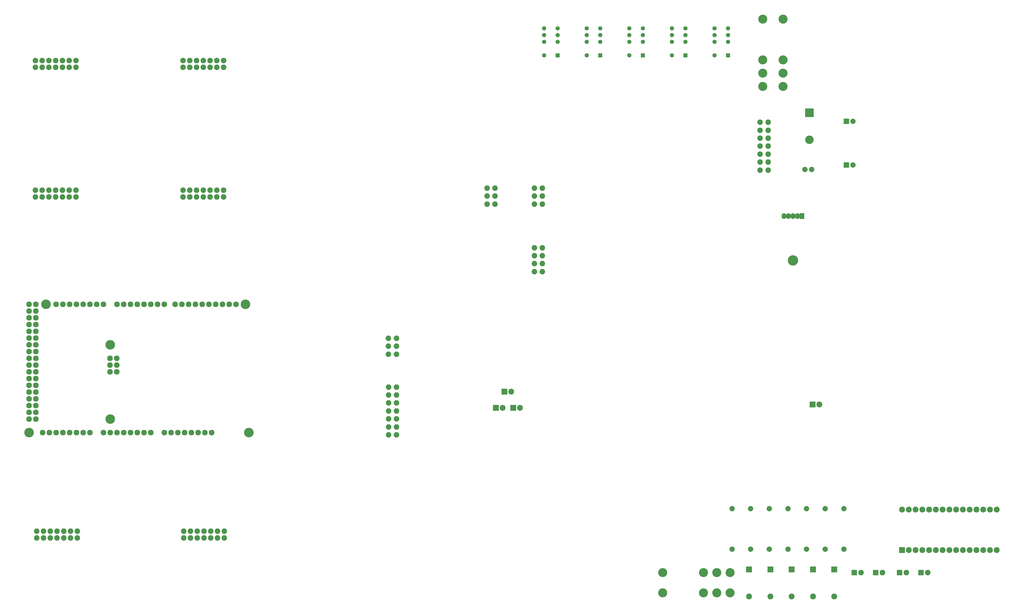
<source format=gbr>
G04 #@! TF.FileFunction,Soldermask,Bot*
%FSLAX46Y46*%
G04 Gerber Fmt 4.6, Leading zero omitted, Abs format (unit mm)*
G04 Created by KiCad (PCBNEW 4.0.6) date 03/06/20 14:39:01*
%MOMM*%
%LPD*%
G01*
G04 APERTURE LIST*
%ADD10C,0.100000*%
%ADD11C,2.082800*%
%ADD12R,2.000000X2.000000*%
%ADD13C,2.000000*%
%ADD14R,2.200000X2.200000*%
%ADD15C,2.200000*%
%ADD16O,2.200000X2.200000*%
%ADD17R,3.200000X3.200000*%
%ADD18O,3.200000X3.200000*%
%ADD19R,1.600000X1.600000*%
%ADD20C,1.600000*%
%ADD21R,2.100000X2.100000*%
%ADD22O,2.100000X2.100000*%
%ADD23C,3.400000*%
%ADD24O,3.900000X3.900000*%
%ADD25R,1.750000X2.200000*%
%ADD26O,1.750000X2.200000*%
%ADD27O,2.000000X2.000000*%
%ADD28O,2.127200X2.127200*%
%ADD29C,3.600000*%
G04 APERTURE END LIST*
D10*
D11*
X133400000Y-102400000D03*
X133400000Y-104940000D03*
X135940000Y-102400000D03*
X135940000Y-104940000D03*
X138480000Y-102400000D03*
X138480000Y-104940000D03*
X141020000Y-102400000D03*
X141020000Y-104940000D03*
X143560000Y-102400000D03*
X143560000Y-104940000D03*
X146100000Y-102400000D03*
X146100000Y-104940000D03*
X148640000Y-102400000D03*
X148640000Y-104940000D03*
X188800000Y-102400000D03*
X188800000Y-104940000D03*
X191340000Y-102400000D03*
X191340000Y-104940000D03*
X193880000Y-102400000D03*
X193880000Y-104940000D03*
X196420000Y-102400000D03*
X196420000Y-104940000D03*
X198960000Y-102400000D03*
X198960000Y-104940000D03*
X201500000Y-102400000D03*
X201500000Y-104940000D03*
X204040000Y-102400000D03*
X204040000Y-104940000D03*
X188800000Y-151200000D03*
X188800000Y-153740000D03*
X191340000Y-151200000D03*
X191340000Y-153740000D03*
X193880000Y-151200000D03*
X193880000Y-153740000D03*
X196420000Y-151200000D03*
X196420000Y-153740000D03*
X198960000Y-151200000D03*
X198960000Y-153740000D03*
X201500000Y-151200000D03*
X201500000Y-153740000D03*
X204040000Y-151200000D03*
X204040000Y-153740000D03*
X133400000Y-151200000D03*
X133400000Y-153740000D03*
X135940000Y-151200000D03*
X135940000Y-153740000D03*
X138480000Y-151200000D03*
X138480000Y-153740000D03*
X141020000Y-151200000D03*
X141020000Y-153740000D03*
X143560000Y-151200000D03*
X143560000Y-153740000D03*
X146100000Y-151200000D03*
X146100000Y-153740000D03*
X148640000Y-151200000D03*
X148640000Y-153740000D03*
X149100000Y-282000000D03*
X149100000Y-279460000D03*
X146560000Y-282000000D03*
X146560000Y-279460000D03*
X144020000Y-282000000D03*
X144020000Y-279460000D03*
X141480000Y-282000000D03*
X141480000Y-279460000D03*
X138940000Y-282000000D03*
X138940000Y-279460000D03*
X136400000Y-282000000D03*
X136400000Y-279460000D03*
X133860000Y-282000000D03*
X133860000Y-279460000D03*
X204343000Y-282000000D03*
X204343000Y-279460000D03*
X201803000Y-282000000D03*
X201803000Y-279460000D03*
X199263000Y-282000000D03*
X199263000Y-279460000D03*
X196723000Y-282000000D03*
X196723000Y-279460000D03*
X194183000Y-282000000D03*
X194183000Y-279460000D03*
X191643000Y-282000000D03*
X191643000Y-279460000D03*
X189103000Y-282000000D03*
X189103000Y-279460000D03*
D12*
X438000000Y-141707000D03*
D13*
X440500000Y-141707000D03*
D12*
X438000000Y-125273000D03*
D13*
X440500000Y-125273000D03*
D14*
X312852000Y-232995000D03*
D15*
X315392000Y-232995000D03*
D14*
X401444000Y-293832000D03*
D16*
X401444000Y-303992000D03*
D14*
X409444000Y-293832000D03*
D16*
X409444000Y-303992000D03*
D14*
X417444000Y-293832000D03*
D16*
X417444000Y-303992000D03*
D14*
X425444000Y-293832000D03*
D16*
X425444000Y-303992000D03*
D14*
X425298000Y-231800000D03*
D15*
X427838000Y-231800000D03*
D17*
X424155000Y-122072000D03*
D18*
X424155000Y-132232000D03*
D14*
X433444000Y-293832000D03*
D16*
X433444000Y-303992000D03*
D14*
X309601000Y-226924000D03*
D15*
X312141000Y-226924000D03*
D14*
X306350000Y-233071000D03*
D15*
X308890000Y-233071000D03*
D19*
X393540000Y-100450000D03*
D20*
X388460000Y-100450000D03*
X393540000Y-95370000D03*
X388460000Y-90290000D03*
X393540000Y-92830000D03*
X393540000Y-90290000D03*
X388460000Y-95370000D03*
X388460000Y-92830000D03*
D19*
X361540000Y-100450000D03*
D20*
X356460000Y-100450000D03*
X361540000Y-95370000D03*
X356460000Y-90290000D03*
X361540000Y-92830000D03*
X361540000Y-90290000D03*
X356460000Y-95370000D03*
X356460000Y-92830000D03*
D19*
X345540000Y-100450000D03*
D20*
X340460000Y-100450000D03*
X345540000Y-95370000D03*
X340460000Y-90290000D03*
X345540000Y-92830000D03*
X345540000Y-90290000D03*
X340460000Y-95370000D03*
X340460000Y-92830000D03*
D19*
X329540000Y-100450000D03*
D20*
X324460000Y-100450000D03*
X329540000Y-95370000D03*
X324460000Y-90290000D03*
X329540000Y-92830000D03*
X329540000Y-90290000D03*
X324460000Y-95370000D03*
X324460000Y-92830000D03*
D19*
X377540000Y-100450000D03*
D20*
X372460000Y-100450000D03*
X377540000Y-95370000D03*
X372460000Y-90290000D03*
X377540000Y-92830000D03*
X377540000Y-90290000D03*
X372460000Y-95370000D03*
X372460000Y-92830000D03*
D21*
X466000000Y-295000000D03*
D22*
X468540000Y-295000000D03*
D14*
X458927000Y-286588000D03*
D15*
X461467000Y-286588000D03*
X464007000Y-286588000D03*
X466547000Y-286588000D03*
X469087000Y-286588000D03*
X471627000Y-286588000D03*
X474167000Y-286588000D03*
X476707000Y-286588000D03*
X479247000Y-286588000D03*
X481787000Y-286588000D03*
X484327000Y-286588000D03*
X486867000Y-286588000D03*
X489407000Y-286588000D03*
X491947000Y-286588000D03*
X494487000Y-286588000D03*
X494487000Y-271348000D03*
X491947000Y-271348000D03*
X489407000Y-271348000D03*
X486867000Y-271348000D03*
X484327000Y-271348000D03*
X481787000Y-271348000D03*
X479247000Y-271348000D03*
X476707000Y-271348000D03*
X474167000Y-271348000D03*
X471627000Y-271348000D03*
X469087000Y-271348000D03*
X466547000Y-271348000D03*
X464007000Y-271348000D03*
X461467000Y-271348000D03*
X458927000Y-271348000D03*
D23*
X414198000Y-86842600D03*
X406578000Y-86842600D03*
X414198000Y-107162600D03*
X406578000Y-112162600D03*
X406578000Y-102162600D03*
X414198000Y-102162600D03*
X406578000Y-107162600D03*
X414198000Y-112162600D03*
D24*
X417961000Y-177594000D03*
D25*
X421361000Y-160934000D03*
D26*
X419661000Y-160934000D03*
X417961000Y-160934000D03*
X416261000Y-160934000D03*
X414561000Y-160934000D03*
D21*
X449000000Y-295000000D03*
D22*
X451540000Y-295000000D03*
D13*
X422453000Y-143408000D03*
D27*
X424993000Y-143408000D03*
D21*
X458000000Y-295000000D03*
D22*
X460540000Y-295000000D03*
D13*
X395039000Y-286236000D03*
D27*
X395039000Y-270996000D03*
D13*
X402039000Y-286236000D03*
D27*
X402039000Y-270996000D03*
D13*
X409039000Y-286236000D03*
D27*
X409039000Y-270996000D03*
D13*
X416039000Y-286236000D03*
D27*
X416039000Y-270996000D03*
D13*
X423039000Y-286236000D03*
D27*
X423039000Y-270996000D03*
D23*
X369000000Y-295000000D03*
X369000000Y-302620000D03*
X389320000Y-295000000D03*
X394320000Y-302620000D03*
X384320000Y-302620000D03*
X384320000Y-295000000D03*
X389320000Y-302620000D03*
X394320000Y-295000000D03*
D13*
X437039000Y-286236000D03*
D27*
X437039000Y-270996000D03*
D13*
X430039000Y-286236000D03*
D27*
X430039000Y-270996000D03*
D28*
X163932000Y-219456000D03*
X161392000Y-219456000D03*
X161392000Y-216916000D03*
X163932000Y-216916000D03*
X161392000Y-214376000D03*
X176759000Y-242316000D03*
X181839000Y-242316000D03*
X184379000Y-242316000D03*
X186919000Y-242316000D03*
X189459000Y-242316000D03*
X191999000Y-242316000D03*
X194539000Y-242316000D03*
X197079000Y-242316000D03*
X141199000Y-194056000D03*
X143739000Y-194056000D03*
X146279000Y-194056000D03*
X148819000Y-194056000D03*
X151359000Y-194056000D03*
X153899000Y-194056000D03*
X156439000Y-194056000D03*
X158979000Y-194056000D03*
X164059000Y-194056000D03*
X166599000Y-194056000D03*
X169139000Y-194056000D03*
X171679000Y-194056000D03*
X174219000Y-194056000D03*
X176759000Y-194056000D03*
X179299000Y-194056000D03*
X181839000Y-194056000D03*
X201143000Y-194056000D03*
X185903000Y-194056000D03*
X188443000Y-194056000D03*
X190983000Y-194056000D03*
D29*
X161519000Y-237236000D03*
X161519000Y-209296000D03*
X137389000Y-194056000D03*
X212319000Y-194056000D03*
X131039000Y-242316000D03*
X213589000Y-242316000D03*
D28*
X208763000Y-194056000D03*
X206223000Y-194056000D03*
X203683000Y-194056000D03*
X198603000Y-194056000D03*
X196063000Y-194056000D03*
X193523000Y-194056000D03*
X199619000Y-242316000D03*
X174219000Y-242316000D03*
X171679000Y-242316000D03*
X169139000Y-242316000D03*
X166599000Y-242316000D03*
X164059000Y-242316000D03*
X161519000Y-242316000D03*
X158979000Y-242316000D03*
X153899000Y-242316000D03*
X151359000Y-242316000D03*
X148819000Y-242316000D03*
X146279000Y-242316000D03*
X143739000Y-242316000D03*
X141199000Y-242316000D03*
X138659000Y-242316000D03*
X136119000Y-242316000D03*
X133579000Y-194056000D03*
X131039000Y-194056000D03*
X133579000Y-196596000D03*
X131039000Y-196596000D03*
X133579000Y-199136000D03*
X131039000Y-199136000D03*
X133579000Y-201676000D03*
X131039000Y-201676000D03*
X133579000Y-204216000D03*
X131039000Y-204216000D03*
X133579000Y-206756000D03*
X131039000Y-206756000D03*
X133579000Y-209296000D03*
X131039000Y-209296000D03*
X133579000Y-211836000D03*
X131039000Y-211836000D03*
X133579000Y-214376000D03*
X131039000Y-214376000D03*
X133579000Y-216916000D03*
X131039000Y-216916000D03*
X133579000Y-219456000D03*
X131039000Y-219456000D03*
X133579000Y-221996000D03*
X131039000Y-221996000D03*
X133579000Y-224536000D03*
X131039000Y-224536000D03*
X133579000Y-227076000D03*
X131039000Y-227076000D03*
X133579000Y-229616000D03*
X131039000Y-229616000D03*
X133579000Y-232156000D03*
X131039000Y-232156000D03*
X133579000Y-234696000D03*
X131039000Y-234696000D03*
X133579000Y-237236000D03*
X131039000Y-237236000D03*
X163932000Y-214376000D03*
D11*
X269000000Y-243200000D03*
X266002800Y-243200000D03*
X269000000Y-240202800D03*
X266002800Y-240202800D03*
X269000000Y-237205600D03*
X266002800Y-237205600D03*
X269000000Y-234208400D03*
X266002800Y-234208400D03*
X269000000Y-231211200D03*
X266002800Y-231211200D03*
X269000000Y-228214000D03*
X266002800Y-228214000D03*
X269000000Y-225216800D03*
X266002800Y-225216800D03*
X408600000Y-143600000D03*
X405602800Y-143600000D03*
X408600000Y-140602800D03*
X405602800Y-140602800D03*
X408600000Y-137605600D03*
X405602800Y-137605600D03*
X408600000Y-134608400D03*
X405602800Y-134608400D03*
X408600000Y-131611200D03*
X405602800Y-131611200D03*
X408600000Y-128614000D03*
X405602800Y-128614000D03*
X408600000Y-125616800D03*
X405602800Y-125616800D03*
X323800000Y-181800000D03*
X320802800Y-181800000D03*
X323800000Y-178802800D03*
X320802800Y-178802800D03*
X323800000Y-175805600D03*
X320802800Y-175805600D03*
X323800000Y-172808400D03*
X320802800Y-172808400D03*
X323800000Y-156400000D03*
X320802800Y-156400000D03*
X323800000Y-153402800D03*
X320802800Y-153402800D03*
X323800000Y-150405600D03*
X320802800Y-150405600D03*
X306000000Y-156400000D03*
X303002800Y-156400000D03*
X306000000Y-153402800D03*
X303002800Y-153402800D03*
X306000000Y-150405600D03*
X303002800Y-150405600D03*
X268986000Y-212877000D03*
X265988800Y-212877000D03*
X268986000Y-209879800D03*
X265988800Y-209879800D03*
X268986000Y-206882600D03*
X265988800Y-206882600D03*
D21*
X441000000Y-295000000D03*
D22*
X443540000Y-295000000D03*
M02*

</source>
